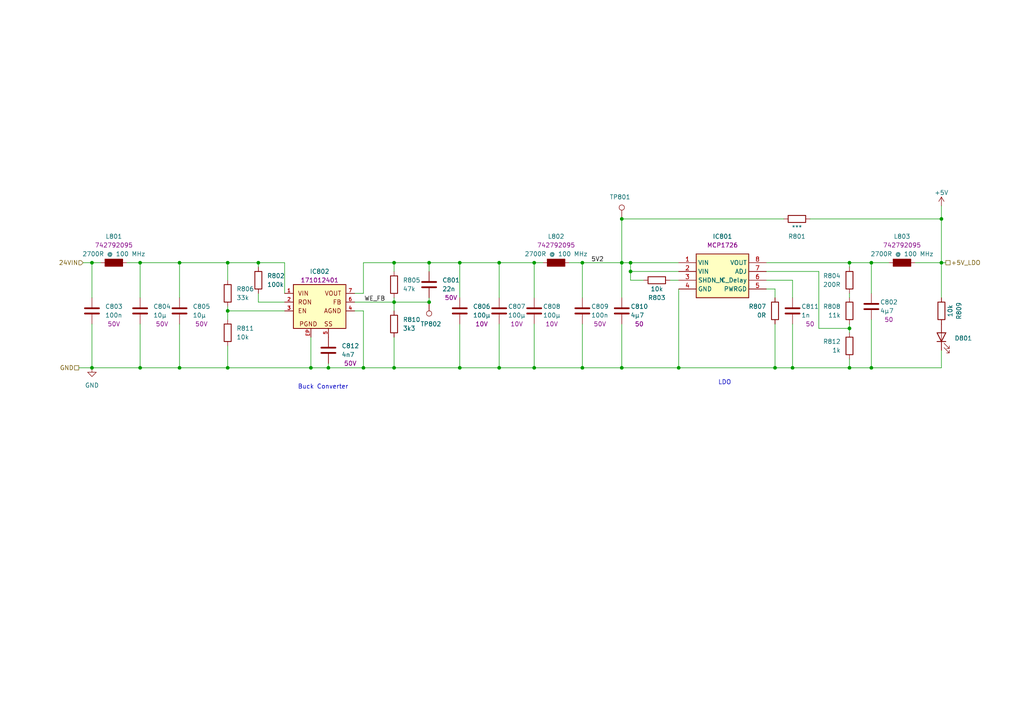
<source format=kicad_sch>
(kicad_sch (version 20231120) (generator "eeschema") (generator_version "8.0")
  (paper "A4")
  (title_block (rev "2") (company "BestSens AG"))
  (lib_symbols
    (symbol "BestParts_ICs:171020601-MAGI³C-VDRM" (pin_names (offset 1.016))
      (property "Reference" "IC" (at 0 10.16 0))
      (property "Part Number" "171012401" (at 0 8.89 0))
      (symbol "171020601-MAGI³C-VDRM_0_0"
        (rectangle (start -7.62 7.62) (end 7.62 -5.08) (stroke (width 0.254)) (fill (type background)))
        (text "AGND" (at 6.35 0 0) (effects (font (size 1.27 1.27)) (justify right)))
        (text "EN" (at -6.35 0 0) (effects (font (size 1.27 1.27)) (justify left)))
        (text "FB" (at 6.35 2.54 0) (effects (font (size 1.27 1.27)) (justify right)))
        (text "PGND" (at -3.302 -3.81 0) (effects (font (size 1.27 1.27))))
        (text "RON" (at -6.35 2.54 0) (effects (font (size 1.27 1.27)) (justify left)))
        (text "SS" (at 2.54 -3.81 0) (effects (font (size 1.27 1.27))))
        (text "VIN" (at -6.35 5.08 0) (effects (font (size 1.27 1.27)) (justify left)))
        (text "VOUT" (at 6.35 5.08 0) (effects (font (size 1.27 1.27)) (justify right)))
      )
      (symbol "171020601-MAGI³C-VDRM_1_0"
        (pin passive line (at -10.16 5.08 0) (length 2.54) (name "~") (number "1"))
        (pin passive line (at -10.16 2.54 0) (length 2.54) (name "~") (number "2"))
        (pin passive line (at -10.16 0 0) (length 2.54) (name "~") (number "3"))
        (pin passive line (at 10.16 0 180) (length 2.54) (name "~") (number "4"))
        (pin passive line (at 2.54 -7.62 90) (length 2.54) (name "~") (number "5"))
        (pin passive line (at 10.16 2.54 180) (length 2.54) (name "~") (number "6"))
        (pin passive line (at 10.16 5.08 180) (length 2.54) (name "~") (number "7"))
        (pin passive line (at -2.54 -7.62 90) (length 2.54) (name "~") (number "EP"))
      )
    )
    (symbol "BestParts_ICs:MCP1726"
      (property "Reference" "IC" (at -1.27 8.89 0))
      (property "Part Number" "MCP1726" (at 0 7.62 0))
      (symbol "MCP1726_1_1"
        (rectangle (start -7.62 6.35) (end 7.62 -6.35) (stroke (width 0.254)) (fill (type background)))
        (pin power_in line (at -12.7 3.81 0) (length 5.08) (name "VIN") (number "1"))
        (pin power_in line (at -12.7 1.27 0) (length 5.08) (name "VIN") (number "2"))
        (pin input line (at -12.7 -1.27 0) (length 5.08) (name "SHDN_N") (number "3"))
        (pin power_in line (at -12.7 -3.81 0) (length 5.08) (name "GND") (number "4"))
        (pin output line (at 12.7 -3.81 180) (length 5.08) (name "PWRGD") (number "5"))
        (pin input line (at 12.7 -1.27 180) (length 5.08) (name "C_Delay") (number "6"))
        (pin input line (at 12.7 1.27 180) (length 5.08) (name "ADJ") (number "7"))
        (pin power_out line (at 12.7 3.81 180) (length 5.08) (name "VOUT") (number "8"))
      )
    )
    (symbol "Connector:TestPoint" (pin_numbers hide) (pin_names (offset 0.762) hide)
      (property "Reference" "TP" (at 0 6.858 0))
      (property "Value" "TestPoint" (at 0 5.08 0))
      (symbol "TestPoint_0_1"
        (circle (center 0 3.302) (radius 0.762))
      )
      (symbol "TestPoint_1_1"
        (pin passive line (at 0 0 90) (length 2.54) (name "1") (number "1"))
      )
    )
    (symbol "Device:C" (pin_numbers hide) (pin_names (offset 0.254))
      (property "Reference" "C" (at 0.635 2.54 0))
      (property "Value" "C" (at 0.635 -2.54 0))
      (symbol "C_0_1"
        (polyline (pts (xy -2.032 -0.762) (xy 2.032 -0.762)) (stroke (width 0.508)))
        (polyline (pts (xy -2.032 0.762) (xy 2.032 0.762)) (stroke (width 0.508)))
      )
      (symbol "C_1_1"
        (pin passive line (at 0 3.81 270) (length 2.794) (name "~") (number "1"))
        (pin passive line (at 0 -3.81 90) (length 2.794) (name "~") (number "2"))
      )
    )
    (symbol "Device:LED" (pin_numbers hide) (pin_names (offset 1.016) hide)
      (property "Reference" "D" (at 0 2.54 0))
      (property "Value" "LED" (at 0 -2.54 0))
      (symbol "LED_0_1"
        (polyline (pts (xy -1.27 -1.27) (xy -1.27 1.27)) (stroke (width 0.254)))
        (polyline (pts (xy -1.27 0) (xy 1.27 0)))
        (polyline (pts (xy 1.27 -1.27) (xy 1.27 1.27) (xy -1.27 0) (xy 1.27 -1.27)) (stroke (width 0.254)))
        (polyline (pts (xy -3.048 -0.762) (xy -4.572 -2.286) (xy -3.81 -2.286) (xy -4.572 -2.286) (xy -4.572 -1.524)))
        (polyline (pts (xy -1.778 -0.762) (xy -3.302 -2.286) (xy -2.54 -2.286) (xy -3.302 -2.286) (xy -3.302 -1.524)))
      )
      (symbol "LED_1_1"
        (pin passive line (at -3.81 0 0) (length 2.54) (name "K") (number "1"))
        (pin passive line (at 3.81 0 180) (length 2.54) (name "A") (number "2"))
      )
    )
    (symbol "Device:R" (pin_numbers hide) (pin_names (offset 0))
      (property "Reference" "R" (at 2.032 0 90))
      (property "Value" "R" (at 0 0 90))
      (symbol "R_0_1"
        (rectangle (start -1.016 -2.54) (end 1.016 2.54) (stroke (width 0.254)))
      )
      (symbol "R_1_1"
        (pin passive line (at 0 3.81 270) (length 1.27) (name "~") (number "1"))
        (pin passive line (at 0 -3.81 90) (length 1.27) (name "~") (number "2"))
      )
    )
    (symbol "Ferrit_1" (pin_numbers hide)
      (property "Reference" "L" (at 0 2.54 0))
      (symbol "Ferrit_1_1_1"
        (rectangle (start -2.54 1.016) (end 2.54 -1.016) (stroke (width 0.254)) (fill (type outline)))
        (pin passive line (at -3.81 0 0) (length 1.27) (name "") (number "1"))
        (pin passive line (at 3.81 0 180) (length 1.27) (name "") (number "2"))
      )
    )
    (symbol "power:+5V" (power) (pin_names (offset 0))
      (property "Value" "+5V" (at 0 3.556 0))
      (symbol "+5V_0_1"
        (polyline (pts (xy -0.762 1.27) (xy 0 2.54)))
        (polyline (pts (xy 0 0) (xy 0 2.54)))
        (polyline (pts (xy 0 2.54) (xy 0.762 1.27)))
      )
      (symbol "+5V_1_1"
        (pin power_in line (at 0 0 90) (length 0) hide (name "+5V") (number "1"))
      )
    )
    (symbol "power:GND" (power) (pin_names (offset 0))
      (property "Value" "GND" (at 0 -3.81 0))
      (symbol "GND_0_1"
        (polyline (pts (xy 0 0) (xy 0 -1.27) (xy 1.27 -1.27) (xy 0 -2.54) (xy -1.27 -1.27) (xy 0 -1.27)))
      )
      (symbol "GND_1_1"
        (pin power_in line (at 0 0 270) (length 0) hide (name "GND") (number "1"))
      )
    )
  )
  (junction (at 154.94 76.2))
  (junction (at 114.3 87.63))
  (junction (at 196.85 106.68))
  (junction (at 252.73 106.68))
  (junction (at 180.34 63.5))
  (junction (at 133.35 76.2))
  (junction (at 168.91 106.68))
  (junction (at 74.93 76.2))
  (junction (at 246.38 95.25))
  (junction (at 168.91 76.2))
  (junction (at 180.34 76.2))
  (junction (at 114.3 106.68))
  (junction (at 182.88 78.74))
  (junction (at 144.78 76.2))
  (junction (at 105.41 106.68))
  (junction (at 90.17 106.68))
  (junction (at 252.73 76.2))
  (junction (at 246.38 76.2))
  (junction (at 114.3 76.2))
  (junction (at 66.04 106.68))
  (junction (at 144.78 106.68))
  (junction (at 66.04 90.17))
  (junction (at 40.64 76.2))
  (junction (at 154.94 106.68))
  (junction (at 182.88 76.2))
  (junction (at 26.67 106.68))
  (junction (at 229.87 106.68))
  (junction (at 180.34 106.68))
  (junction (at 273.05 63.5))
  (junction (at 124.46 76.2))
  (junction (at 224.79 106.68))
  (junction (at 40.64 106.68))
  (junction (at 133.35 106.68))
  (junction (at 124.46 87.63))
  (junction (at 95.25 106.68))
  (junction (at 246.38 106.68))
  (junction (at 52.07 106.68))
  (junction (at 66.04 76.2))
  (junction (at 52.07 76.2))
  (junction (at 273.05 76.2))
  (junction (at 26.67 76.2))
  (wire (pts (xy 102.87 90.17) (xy 105.41 90.17)))
  (wire (pts (xy 246.38 95.25) (xy 246.38 96.52)))
  (wire (pts (xy 66.04 106.68) (xy 90.17 106.68)))
  (wire (pts (xy 114.3 76.2) (xy 124.46 76.2)))
  (wire (pts (xy 66.04 76.2) (xy 66.04 81.28)))
  (wire (pts (xy 66.04 88.9) (xy 66.04 90.17)))
  (wire (pts (xy 252.73 85.09) (xy 252.73 76.2)))
  (wire (pts (xy 154.94 76.2) (xy 157.48 76.2)))
  (wire (pts (xy 114.3 87.63) (xy 114.3 90.17)))
  (wire (pts (xy 52.07 93.98) (xy 52.07 106.68)))
  (wire (pts (xy 182.88 76.2) (xy 196.85 76.2)))
  (wire (pts (xy 114.3 106.68) (xy 133.35 106.68)))
  (wire (pts (xy 144.78 76.2) (xy 144.78 86.36)))
  (wire (pts (xy 246.38 106.68) (xy 252.73 106.68)))
  (wire (pts (xy 246.38 93.98) (xy 246.38 95.25)))
  (wire (pts (xy 105.41 90.17) (xy 105.41 106.68)))
  (wire (pts (xy 90.17 97.79) (xy 90.17 106.68)))
  (wire (pts (xy 82.55 76.2) (xy 82.55 85.09)))
  (wire (pts (xy 102.87 85.09) (xy 105.41 85.09)))
  (wire (pts (xy 66.04 76.2) (xy 74.93 76.2)))
  (wire (pts (xy 40.64 76.2) (xy 40.64 86.36)))
  (wire (pts (xy 26.67 76.2) (xy 29.21 76.2)))
  (wire (pts (xy 40.64 93.98) (xy 40.64 106.68)))
  (wire (pts (xy 180.34 93.98) (xy 180.34 106.68)))
  (wire (pts (xy 237.49 95.25) (xy 246.38 95.25)))
  (wire (pts (xy 265.43 76.2) (xy 273.05 76.2)))
  (wire (pts (xy 36.83 76.2) (xy 40.64 76.2)))
  (wire (pts (xy 273.05 63.5) (xy 273.05 76.2)))
  (wire (pts (xy 196.85 83.82) (xy 196.85 106.68)))
  (wire (pts (xy 222.25 78.74) (xy 237.49 78.74)))
  (wire (pts (xy 154.94 106.68) (xy 168.91 106.68)))
  (wire (pts (xy 102.87 87.63) (xy 114.3 87.63)))
  (wire (pts (xy 182.88 81.28) (xy 186.69 81.28)))
  (wire (pts (xy 273.05 76.2) (xy 273.05 86.36)))
  (wire (pts (xy 154.94 93.98) (xy 154.94 106.68)))
  (wire (pts (xy 168.91 106.68) (xy 180.34 106.68)))
  (wire (pts (xy 95.25 106.68) (xy 105.41 106.68)))
  (wire (pts (xy 133.35 106.68) (xy 144.78 106.68)))
  (wire (pts (xy 52.07 106.68) (xy 66.04 106.68)))
  (wire (pts (xy 105.41 106.68) (xy 114.3 106.68)))
  (wire (pts (xy 52.07 76.2) (xy 52.07 86.36)))
  (wire (pts (xy 144.78 93.98) (xy 144.78 106.68)))
  (wire (pts (xy 114.3 86.36) (xy 114.3 87.63)))
  (wire (pts (xy 252.73 106.68) (xy 273.05 106.68)))
  (wire (pts (xy 180.34 63.5) (xy 180.34 76.2)))
  (wire (pts (xy 222.25 83.82) (xy 224.79 83.82)))
  (wire (pts (xy 124.46 86.36) (xy 124.46 87.63)))
  (wire (pts (xy 133.35 76.2) (xy 144.78 76.2)))
  (wire (pts (xy 229.87 106.68) (xy 246.38 106.68)))
  (wire (pts (xy 194.31 81.28) (xy 196.85 81.28)))
  (wire (pts (xy 182.88 76.2) (xy 182.88 78.74)))
  (wire (pts (xy 229.87 81.28) (xy 229.87 86.36)))
  (wire (pts (xy 168.91 93.98) (xy 168.91 106.68)))
  (wire (pts (xy 22.86 106.68) (xy 26.67 106.68)))
  (wire (pts (xy 114.3 97.79) (xy 114.3 106.68)))
  (wire (pts (xy 168.91 76.2) (xy 180.34 76.2)))
  (wire (pts (xy 182.88 78.74) (xy 196.85 78.74)))
  (wire (pts (xy 133.35 76.2) (xy 133.35 86.36)))
  (wire (pts (xy 180.34 76.2) (xy 180.34 86.36)))
  (wire (pts (xy 124.46 76.2) (xy 133.35 76.2)))
  (wire (pts (xy 165.1 76.2) (xy 168.91 76.2)))
  (wire (pts (xy 105.41 76.2) (xy 114.3 76.2)))
  (wire (pts (xy 180.34 63.5) (xy 227.33 63.5)))
  (wire (pts (xy 154.94 76.2) (xy 154.94 86.36)))
  (wire (pts (xy 273.05 59.69) (xy 273.05 63.5)))
  (wire (pts (xy 114.3 76.2) (xy 114.3 78.74)))
  (wire (pts (xy 66.04 100.33) (xy 66.04 106.68)))
  (wire (pts (xy 252.73 92.71) (xy 252.73 106.68)))
  (wire (pts (xy 224.79 83.82) (xy 224.79 86.36)))
  (wire (pts (xy 273.05 101.6) (xy 273.05 106.68)))
  (wire (pts (xy 90.17 106.68) (xy 95.25 106.68)))
  (wire (pts (xy 273.05 76.2) (xy 274.32 76.2)))
  (wire (pts (xy 24.13 76.2) (xy 26.67 76.2)))
  (wire (pts (xy 246.38 76.2) (xy 252.73 76.2)))
  (wire (pts (xy 124.46 76.2) (xy 124.46 78.74)))
  (wire (pts (xy 40.64 106.68) (xy 52.07 106.68)))
  (wire (pts (xy 133.35 93.98) (xy 133.35 106.68)))
  (wire (pts (xy 246.38 85.09) (xy 246.38 86.36)))
  (wire (pts (xy 180.34 106.68) (xy 196.85 106.68)))
  (wire (pts (xy 66.04 90.17) (xy 82.55 90.17)))
  (wire (pts (xy 74.93 76.2) (xy 74.93 77.47)))
  (wire (pts (xy 74.93 85.09) (xy 74.93 87.63)))
  (wire (pts (xy 182.88 78.74) (xy 182.88 81.28)))
  (wire (pts (xy 40.64 76.2) (xy 52.07 76.2)))
  (wire (pts (xy 74.93 87.63) (xy 82.55 87.63)))
  (wire (pts (xy 26.67 93.98) (xy 26.67 106.68)))
  (wire (pts (xy 26.67 106.68) (xy 40.64 106.68)))
  (wire (pts (xy 144.78 76.2) (xy 154.94 76.2)))
  (wire (pts (xy 105.41 76.2) (xy 105.41 85.09)))
  (wire (pts (xy 168.91 76.2) (xy 168.91 86.36)))
  (wire (pts (xy 234.95 63.5) (xy 273.05 63.5)))
  (wire (pts (xy 196.85 106.68) (xy 224.79 106.68)))
  (wire (pts (xy 222.25 76.2) (xy 246.38 76.2)))
  (wire (pts (xy 224.79 106.68) (xy 229.87 106.68)))
  (wire (pts (xy 252.73 76.2) (xy 257.81 76.2)))
  (wire (pts (xy 95.25 105.41) (xy 95.25 106.68)))
  (wire (pts (xy 222.25 81.28) (xy 229.87 81.28)))
  (wire (pts (xy 180.34 76.2) (xy 182.88 76.2)))
  (wire (pts (xy 224.79 93.98) (xy 224.79 106.68)))
  (wire (pts (xy 229.87 93.98) (xy 229.87 106.68)))
  (wire (pts (xy 52.07 76.2) (xy 66.04 76.2)))
  (wire (pts (xy 26.67 76.2) (xy 26.67 86.36)))
  (wire (pts (xy 114.3 87.63) (xy 124.46 87.63)))
  (wire (pts (xy 246.38 104.14) (xy 246.38 106.68)))
  (wire (pts (xy 144.78 106.68) (xy 154.94 106.68)))
  (wire (pts (xy 66.04 90.17) (xy 66.04 92.71)))
  (wire (pts (xy 74.93 76.2) (xy 82.55 76.2)))
  (wire (pts (xy 246.38 76.2) (xy 246.38 77.47)))
  (wire (pts (xy 237.49 78.74) (xy 237.49 95.25)))
  (text "LDO" (at 208.28 111.76 0) (effects (font (size 1.27 1.27)) (justify left bottom)))
  (text "Buck Converter" (at 86.36 113.03 0) (effects (font (size 1.27 1.27)) (justify left bottom)))
  (label "WE_FB" (at 111.76 87.63 180))
  (label "5V2" (at 171.45 76.2 0))
  (hierarchical_label "+5V_LDO" (shape passive) (at 274.32 76.2 0))
  (hierarchical_label "24VIN" (shape input) (at 24.13 76.2 180))
  (hierarchical_label "GND" (shape passive) (at 22.86 106.68 180))
  (symbol (lib_id "Device:C") (at 40.64 90.17 0) (unit 1)
    (property "Reference" "C804" (at 44.45 88.9 0) (effects (justify left)))
    (property "Value" "10µ" (at 44.45 91.44 0) (effects (justify left)))
    (property "Footprint" "BestParts_Caps:C_1206" (effects (hide yes)))
    (property "Voltage" "50V" (at 46.99 93.98 0))
  )
  (symbol (lib_id "Connector:TestPoint") (at 180.34 63.5 0) (unit 1)
    (property "Reference" "TP801" (at 182.88 57.15 0) (effects (justify right)))
    (property "Value" "*" (effects (hide yes)))
    (property "Footprint" "TestPoint:TestPoint_THTPad_D2.0mm_Drill1.0mm" (effects (hide yes)))
  )
  (symbol (lib_id "Device:C") (at 95.25 101.6 0) (unit 1)
    (property "Reference" "C812" (at 99.06 100.33 0) (effects (justify left)))
    (property "Value" "4n7" (at 99.06 102.87 0) (effects (justify left)))
    (property "Footprint" "BestParts_Caps:C_0603" (effects (hide yes)))
    (property "Voltage" "50V" (at 101.6 105.41 0))
  )
  (symbol (lib_id "Device:C") (at 180.34 90.17 0) (unit 1)
    (property "Reference" "C810" (at 182.88 88.9 0) (effects (justify left)))
    (property "Value" "4µ7" (at 182.88 91.44 0) (effects (justify left)))
    (property "Footprint" "BestParts_Caps:C_1206" (effects (hide yes)))
    (property "Voltage" "50" (at 185.42 93.98 0))
  )
  (symbol (lib_id "Device:R") (at 114.3 93.98 0) (unit 1)
    (property "Reference" "R810" (at 116.84 92.71 0) (effects (justify left)))
    (property "Value" "3k3" (at 116.84 95.25 0) (effects (justify left)))
    (property "Footprint" "BestParts_Resistors:R_0603" (effects (hide yes)))
    (property "Part Number" "Generic" (effects (hide yes)))
  )
  (symbol (lib_id "Device:C") (at 168.91 90.17 0) (unit 1)
    (property "Reference" "C809" (at 171.45 88.9 0) (effects (justify left)))
    (property "Value" "100n" (at 171.45 91.44 0) (effects (justify left)))
    (property "Footprint" "BestParts_Caps:C_0603" (effects (hide yes)))
    (property "Voltage" "50V" (at 173.99 93.98 0))
  )
  (symbol (lib_id "power:+5V") (at 273.05 59.69 0) (unit 1)
    (property "Reference" "#PWR0801" (effects (hide yes)))
    (property "Value" "+5V" (at 273.05 55.88 0))
  )
  (symbol (lib_id "Device:C") (at 252.73 88.9 0) (unit 1)
    (property "Reference" "C802" (at 255.27 87.63 0) (effects (justify left)))
    (property "Value" "4µ7" (at 255.27 90.17 0) (effects (justify left)))
    (property "Footprint" "BestParts_Caps:C_1206" (effects (hide yes)))
    (property "Voltage" "50" (at 257.81 92.71 0))
  )
  (symbol (lib_id "Device:C") (at 144.78 90.17 0) (unit 1)
    (property "Reference" "C807" (at 147.32 88.9 0) (effects (justify left)))
    (property "Value" "100µ" (at 147.32 91.44 0) (effects (justify left)))
    (property "Footprint" "BestParts_Caps:C_1206" (effects (hide yes)))
    (property "Voltage" "10V" (at 149.86 93.98 0))
  )
  (symbol (lib_name "Ferrit_1") (lib_id "BestParts_Inductors:Ferrit") (at 33.02 76.2 0) (unit 1)
    (property "Reference" "L801" (at 33.02 68.58 0))
    (property "Value" "2700R @ 100 MHz" (at 33.02 73.66 0))
    (property "Footprint" "BestParts_Resistors:R_0805" (effects (hide yes)))
    (property "Part Number" "742792095" (at 33.02 71.12 0))
  )
  (symbol (lib_id "Device:R") (at 246.38 81.28 0) (mirror y) (unit 1)
    (property "Reference" "R804" (at 243.84 80.01 0) (effects (justify left)))
    (property "Value" "200R" (at 243.84 82.55 0) (effects (justify left)))
    (property "Footprint" "BestParts_Resistors:R_0603" (effects (hide yes)))
    (property "Part Number" "Generic" (effects (hide yes)))
  )
  (symbol (lib_id "Device:R") (at 114.3 82.55 0) (unit 1)
    (property "Reference" "R805" (at 116.84 81.28 0) (effects (justify left)))
    (property "Value" "47k" (at 116.84 83.82 0) (effects (justify left)))
    (property "Footprint" "BestParts_Resistors:R_0603" (effects (hide yes)))
    (property "Part Number" "Generic" (effects (hide yes)))
  )
  (symbol (lib_id "Device:C") (at 52.07 90.17 0) (unit 1)
    (property "Reference" "C805" (at 55.88 88.9 0) (effects (justify left)))
    (property "Value" "10µ" (at 55.88 91.44 0) (effects (justify left)))
    (property "Footprint" "BestParts_Caps:C_1206" (effects (hide yes)))
    (property "Voltage" "50V" (at 58.42 93.98 0))
  )
  (symbol (lib_id "Device:C") (at 26.67 90.17 0) (unit 1)
    (property "Reference" "C803" (at 30.48 88.9 0) (effects (justify left)))
    (property "Value" "100n" (at 30.48 91.44 0) (effects (justify left)))
    (property "Footprint" "BestParts_Caps:C_0603" (effects (hide yes)))
    (property "Voltage" "50V" (at 33.02 93.98 0))
  )
  (symbol (lib_id "Device:R") (at 66.04 85.09 0) (unit 1)
    (property "Reference" "R806" (at 68.58 83.82 0) (effects (justify left)))
    (property "Value" "33k" (at 68.58 86.36 0) (effects (justify left)))
    (property "Footprint" "BestParts_Resistors:R_0603" (effects (hide yes)))
    (property "Part Number" "Generic" (effects (hide yes)))
  )
  (symbol (lib_id "Device:R") (at 66.04 96.52 0) (unit 1)
    (property "Reference" "R811" (at 68.58 95.25 0) (effects (justify left)))
    (property "Value" "10k" (at 68.58 97.79 0) (effects (justify left)))
    (property "Footprint" "BestParts_Resistors:R_0603" (effects (hide yes)))
    (property "Part Number" "Generic" (effects (hide yes)))
  )
  (symbol (lib_id "Device:C") (at 124.46 82.55 0) (unit 1)
    (property "Reference" "C801" (at 128.27 81.28 0) (effects (justify left)))
    (property "Value" "22n" (at 128.27 83.82 0) (effects (justify left)))
    (property "Footprint" "BestParts_Caps:C_0603" (effects (hide yes)))
    (property "Voltage" "50V" (at 130.81 86.36 0))
  )
  (symbol (lib_id "Device:LED") (at 273.05 97.79 90) (unit 1)
    (property "Reference" "D801" (at 276.86 98.1075 90) (effects (justify right)))
    (property "Value" "*" (effects (hide yes)))
    (property "Footprint" "BestParts_Diodes:D_0603" (effects (hide yes)))
  )
  (symbol (lib_id "Device:R") (at 231.14 63.5 90) (mirror x) (unit 1)
    (property "Reference" "R801" (at 231.14 68.58 90))
    (property "Value" "***" (at 231.14 66.04 90))
    (property "Footprint" "BestParts_Resistors:R_0603" (effects (hide yes)))
    (property "Part Number" "Generic" (effects (hide yes)))
  )
  (symbol (lib_id "Connector:TestPoint") (at 124.46 87.63 180) (unit 1)
    (property "Reference" "TP802" (at 121.92 93.98 0) (effects (justify right)))
    (property "Value" "*" (effects (hide yes)))
    (property "Footprint" "TestPoint:TestPoint_Pad_D1.5mm" (effects (hide yes)))
  )
  (symbol (lib_id "power:GND") (at 26.67 106.68 0) (unit 1)
    (property "Reference" "#PWR0802" (effects (hide yes)))
    (property "Value" "GND" (at 26.67 111.76 0))
  )
  (symbol (lib_id "Device:C") (at 154.94 90.17 0) (unit 1)
    (property "Reference" "C808" (at 157.48 88.9 0) (effects (justify left)))
    (property "Value" "100µ" (at 157.48 91.44 0) (effects (justify left)))
    (property "Footprint" "BestParts_Caps:C_1206" (effects (hide yes)))
    (property "Voltage" "10V" (at 160.02 93.98 0))
  )
  (symbol (lib_id "BestParts_ICs:MCP1726") (at 209.55 80.01 0) (unit 1)
    (property "Reference" "IC801" (at 209.55 68.58 0))
    (property "Value" "MCP1726" (effects (hide yes)))
    (property "Footprint" "BestParts_ICs:SOIC-8" (effects (hide yes)))
    (property "Part Number" "MCP1726" (at 209.55 71.12 0))
    (property "Manufacturer" "Microchip Technology" (effects (hide yes)))
  )
  (symbol (lib_id "Device:R") (at 246.38 100.33 0) (mirror y) (unit 1)
    (property "Reference" "R812" (at 243.84 99.06 0) (effects (justify left)))
    (property "Value" "1k" (at 243.84 101.6 0) (effects (justify left)))
    (property "Footprint" "BestParts_Resistors:R_0603" (effects (hide yes)))
    (property "Part Number" "Generic" (effects (hide yes)))
  )
  (symbol (lib_id "Device:R") (at 246.38 90.17 0) (mirror y) (unit 1)
    (property "Reference" "R808" (at 243.84 88.9 0) (effects (justify left)))
    (property "Value" "11k" (at 243.84 91.44 0) (effects (justify left)))
    (property "Footprint" "BestParts_Resistors:R_0603" (effects (hide yes)))
    (property "Part Number" "Generic" (effects (hide yes)))
  )
  (symbol (lib_name "Ferrit_1") (lib_id "BestParts_Inductors:Ferrit") (at 161.29 76.2 0) (unit 1)
    (property "Reference" "L802" (at 161.29 68.58 0))
    (property "Value" "2700R @ 100 MHz" (at 161.29 73.66 0))
    (property "Footprint" "BestParts_Resistors:R_0805" (effects (hide yes)))
    (property "Part Number" "742792095" (at 161.29 71.12 0))
  )
  (symbol (lib_id "Device:R") (at 190.5 81.28 90) (mirror x) (unit 1)
    (property "Reference" "R803" (at 190.5 86.36 90))
    (property "Value" "10k" (at 190.5 83.82 90))
    (property "Footprint" "BestParts_Resistors:R_0603" (effects (hide yes)))
    (property "Part Number" "Generic" (effects (hide yes)))
  )
  (symbol (lib_name "Ferrit_1") (lib_id "BestParts_Inductors:Ferrit") (at 261.62 76.2 0) (unit 1)
    (property "Reference" "L803" (at 261.62 68.58 0))
    (property "Value" "2700R @ 100 MHz" (at 261.62 73.66 0))
    (property "Footprint" "BestParts_Resistors:R_0805" (effects (hide yes)))
    (property "Part Number" "742792095" (at 261.62 71.12 0))
  )
  (symbol (lib_id "Device:C") (at 133.35 90.17 0) (unit 1)
    (property "Reference" "C806" (at 137.16 88.9 0) (effects (justify left)))
    (property "Value" "100µ" (at 137.16 91.44 0) (effects (justify left)))
    (property "Footprint" "BestParts_Caps:C_1206" (effects (hide yes)))
    (property "Voltage" "10V" (at 139.7 93.98 0))
  )
  (symbol (lib_id "Device:R") (at 224.79 90.17 0) (mirror y) (unit 1)
    (property "Reference" "R807" (at 222.25 88.9 0) (effects (justify left)))
    (property "Value" "0R" (at 222.25 91.44 0) (effects (justify left)))
    (property "Footprint" "BestParts_Resistors:R_0603" (effects (hide yes)))
    (property "Part Number" "Generic" (effects (hide yes)))
  )
  (symbol (lib_id "Device:R") (at 273.05 90.17 0) (mirror x) (unit 1)
    (property "Reference" "R809" (at 278.13 90.17 90))
    (property "Value" "10k" (at 275.59 90.17 90))
    (property "Footprint" "BestParts_Resistors:R_0603" (effects (hide yes)))
    (property "Part Number" "Generic" (effects (hide yes)))
  )
  (symbol (lib_id "BestParts_ICs:171020601-MAGI³C-VDRM") (at 92.71 90.17 0) (unit 1)
    (property "Reference" "IC802" (at 92.71 78.74 0))
    (property "Value" "*" (effects (hide yes)))
    (property "Footprint" "BestParts_ICs:MAGI³C-VDRM - TO263-7EP" (effects (hide yes)))
    (property "Datasheet" "https://www.we-online.com/components/products/datasheet/171012401.pdf" (effects (hide yes)))
    (property "Part Number" "171012401" (at 92.71 81.28 0))
  )
  (symbol (lib_id "Device:R") (at 74.93 81.28 0) (unit 1)
    (property "Reference" "R802" (at 77.47 80.01 0) (effects (justify left)))
    (property "Value" "100k" (at 77.47 82.55 0) (effects (justify left)))
    (property "Footprint" "BestParts_Resistors:R_0603" (effects (hide yes)))
    (property "Part Number" "Generic" (effects (hide yes)))
  )
  (symbol (lib_id "Device:C") (at 229.87 90.17 0) (unit 1)
    (property "Reference" "C811" (at 232.41 88.9 0) (effects (justify left)))
    (property "Value" "1n" (at 232.41 91.44 0) (effects (justify left)))
    (property "Footprint" "BestParts_Caps:C_0603" (effects (hide yes)))
    (property "Voltage" "50" (at 234.95 93.98 0))
  )
)
</source>
